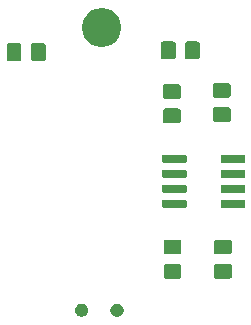
<source format=gbr>
G04 #@! TF.GenerationSoftware,KiCad,Pcbnew,(5.1.5)-3*
G04 #@! TF.CreationDate,2020-05-09T20:06:52-07:00*
G04 #@! TF.ProjectId,Rosie_SMD,526f7369-655f-4534-9d44-2e6b69636164,Version A2*
G04 #@! TF.SameCoordinates,Original*
G04 #@! TF.FileFunction,Soldermask,Top*
G04 #@! TF.FilePolarity,Negative*
%FSLAX46Y46*%
G04 Gerber Fmt 4.6, Leading zero omitted, Abs format (unit mm)*
G04 Created by KiCad (PCBNEW (5.1.5)-3) date 2020-05-09 20:06:52*
%MOMM*%
%LPD*%
G04 APERTURE LIST*
%ADD10C,0.100000*%
G04 APERTURE END LIST*
D10*
G36*
X120024721Y-111484174D02*
G01*
X120124995Y-111525709D01*
X120124996Y-111525710D01*
X120215242Y-111586010D01*
X120291990Y-111662758D01*
X120291991Y-111662760D01*
X120352291Y-111753005D01*
X120393826Y-111853279D01*
X120415000Y-111959730D01*
X120415000Y-112068270D01*
X120393826Y-112174721D01*
X120352291Y-112274995D01*
X120352290Y-112274996D01*
X120291990Y-112365242D01*
X120215242Y-112441990D01*
X120169812Y-112472345D01*
X120124995Y-112502291D01*
X120024721Y-112543826D01*
X119918270Y-112565000D01*
X119809730Y-112565000D01*
X119703279Y-112543826D01*
X119603005Y-112502291D01*
X119558188Y-112472345D01*
X119512758Y-112441990D01*
X119436010Y-112365242D01*
X119375710Y-112274996D01*
X119375709Y-112274995D01*
X119334174Y-112174721D01*
X119313000Y-112068270D01*
X119313000Y-111959730D01*
X119334174Y-111853279D01*
X119375709Y-111753005D01*
X119436009Y-111662760D01*
X119436010Y-111662758D01*
X119512758Y-111586010D01*
X119603004Y-111525710D01*
X119603005Y-111525709D01*
X119703279Y-111484174D01*
X119809730Y-111463000D01*
X119918270Y-111463000D01*
X120024721Y-111484174D01*
G37*
G36*
X117024721Y-111484174D02*
G01*
X117124995Y-111525709D01*
X117124996Y-111525710D01*
X117215242Y-111586010D01*
X117291990Y-111662758D01*
X117291991Y-111662760D01*
X117352291Y-111753005D01*
X117393826Y-111853279D01*
X117415000Y-111959730D01*
X117415000Y-112068270D01*
X117393826Y-112174721D01*
X117352291Y-112274995D01*
X117352290Y-112274996D01*
X117291990Y-112365242D01*
X117215242Y-112441990D01*
X117169812Y-112472345D01*
X117124995Y-112502291D01*
X117024721Y-112543826D01*
X116918270Y-112565000D01*
X116809730Y-112565000D01*
X116703279Y-112543826D01*
X116603005Y-112502291D01*
X116558188Y-112472345D01*
X116512758Y-112441990D01*
X116436010Y-112365242D01*
X116375710Y-112274996D01*
X116375709Y-112274995D01*
X116334174Y-112174721D01*
X116313000Y-112068270D01*
X116313000Y-111959730D01*
X116334174Y-111853279D01*
X116375709Y-111753005D01*
X116436009Y-111662760D01*
X116436010Y-111662758D01*
X116512758Y-111586010D01*
X116603004Y-111525710D01*
X116603005Y-111525709D01*
X116703279Y-111484174D01*
X116809730Y-111463000D01*
X116918270Y-111463000D01*
X117024721Y-111484174D01*
G37*
G36*
X125150274Y-108099465D02*
G01*
X125187967Y-108110899D01*
X125222703Y-108129466D01*
X125253148Y-108154452D01*
X125278134Y-108184897D01*
X125296701Y-108219633D01*
X125308135Y-108257326D01*
X125312600Y-108302661D01*
X125312600Y-109139339D01*
X125308135Y-109184674D01*
X125296701Y-109222367D01*
X125278134Y-109257103D01*
X125253148Y-109287548D01*
X125222703Y-109312534D01*
X125187967Y-109331101D01*
X125150274Y-109342535D01*
X125104939Y-109347000D01*
X124018261Y-109347000D01*
X123972926Y-109342535D01*
X123935233Y-109331101D01*
X123900497Y-109312534D01*
X123870052Y-109287548D01*
X123845066Y-109257103D01*
X123826499Y-109222367D01*
X123815065Y-109184674D01*
X123810600Y-109139339D01*
X123810600Y-108302661D01*
X123815065Y-108257326D01*
X123826499Y-108219633D01*
X123845066Y-108184897D01*
X123870052Y-108154452D01*
X123900497Y-108129466D01*
X123935233Y-108110899D01*
X123972926Y-108099465D01*
X124018261Y-108095000D01*
X125104939Y-108095000D01*
X125150274Y-108099465D01*
G37*
G36*
X129417474Y-108099465D02*
G01*
X129455167Y-108110899D01*
X129489903Y-108129466D01*
X129520348Y-108154452D01*
X129545334Y-108184897D01*
X129563901Y-108219633D01*
X129575335Y-108257326D01*
X129579800Y-108302661D01*
X129579800Y-109139339D01*
X129575335Y-109184674D01*
X129563901Y-109222367D01*
X129545334Y-109257103D01*
X129520348Y-109287548D01*
X129489903Y-109312534D01*
X129455167Y-109331101D01*
X129417474Y-109342535D01*
X129372139Y-109347000D01*
X128285461Y-109347000D01*
X128240126Y-109342535D01*
X128202433Y-109331101D01*
X128167697Y-109312534D01*
X128137252Y-109287548D01*
X128112266Y-109257103D01*
X128093699Y-109222367D01*
X128082265Y-109184674D01*
X128077800Y-109139339D01*
X128077800Y-108302661D01*
X128082265Y-108257326D01*
X128093699Y-108219633D01*
X128112266Y-108184897D01*
X128137252Y-108154452D01*
X128167697Y-108129466D01*
X128202433Y-108110899D01*
X128240126Y-108099465D01*
X128285461Y-108095000D01*
X129372139Y-108095000D01*
X129417474Y-108099465D01*
G37*
G36*
X125150274Y-106049465D02*
G01*
X125187967Y-106060899D01*
X125222703Y-106079466D01*
X125253148Y-106104452D01*
X125278134Y-106134897D01*
X125296701Y-106169633D01*
X125308135Y-106207326D01*
X125312600Y-106252661D01*
X125312600Y-107089339D01*
X125308135Y-107134674D01*
X125296701Y-107172367D01*
X125278134Y-107207103D01*
X125253148Y-107237548D01*
X125222703Y-107262534D01*
X125187967Y-107281101D01*
X125150274Y-107292535D01*
X125104939Y-107297000D01*
X124018261Y-107297000D01*
X123972926Y-107292535D01*
X123935233Y-107281101D01*
X123900497Y-107262534D01*
X123870052Y-107237548D01*
X123845066Y-107207103D01*
X123826499Y-107172367D01*
X123815065Y-107134674D01*
X123810600Y-107089339D01*
X123810600Y-106252661D01*
X123815065Y-106207326D01*
X123826499Y-106169633D01*
X123845066Y-106134897D01*
X123870052Y-106104452D01*
X123900497Y-106079466D01*
X123935233Y-106060899D01*
X123972926Y-106049465D01*
X124018261Y-106045000D01*
X125104939Y-106045000D01*
X125150274Y-106049465D01*
G37*
G36*
X129417474Y-106049465D02*
G01*
X129455167Y-106060899D01*
X129489903Y-106079466D01*
X129520348Y-106104452D01*
X129545334Y-106134897D01*
X129563901Y-106169633D01*
X129575335Y-106207326D01*
X129579800Y-106252661D01*
X129579800Y-107089339D01*
X129575335Y-107134674D01*
X129563901Y-107172367D01*
X129545334Y-107207103D01*
X129520348Y-107237548D01*
X129489903Y-107262534D01*
X129455167Y-107281101D01*
X129417474Y-107292535D01*
X129372139Y-107297000D01*
X128285461Y-107297000D01*
X128240126Y-107292535D01*
X128202433Y-107281101D01*
X128167697Y-107262534D01*
X128137252Y-107237548D01*
X128112266Y-107207103D01*
X128093699Y-107172367D01*
X128082265Y-107134674D01*
X128077800Y-107089339D01*
X128077800Y-106252661D01*
X128082265Y-106207326D01*
X128093699Y-106169633D01*
X128112266Y-106134897D01*
X128137252Y-106104452D01*
X128167697Y-106079466D01*
X128202433Y-106060899D01*
X128240126Y-106049465D01*
X128285461Y-106045000D01*
X129372139Y-106045000D01*
X129417474Y-106049465D01*
G37*
G36*
X125663128Y-102648764D02*
G01*
X125684209Y-102655160D01*
X125703645Y-102665548D01*
X125720676Y-102679524D01*
X125734652Y-102696555D01*
X125745040Y-102715991D01*
X125751436Y-102737072D01*
X125754200Y-102765140D01*
X125754200Y-103228860D01*
X125751436Y-103256928D01*
X125745040Y-103278009D01*
X125734652Y-103297445D01*
X125720676Y-103314476D01*
X125703645Y-103328452D01*
X125684209Y-103338840D01*
X125663128Y-103345236D01*
X125635060Y-103348000D01*
X123821340Y-103348000D01*
X123793272Y-103345236D01*
X123772191Y-103338840D01*
X123752755Y-103328452D01*
X123735724Y-103314476D01*
X123721748Y-103297445D01*
X123711360Y-103278009D01*
X123704964Y-103256928D01*
X123702200Y-103228860D01*
X123702200Y-102765140D01*
X123704964Y-102737072D01*
X123711360Y-102715991D01*
X123721748Y-102696555D01*
X123735724Y-102679524D01*
X123752755Y-102665548D01*
X123772191Y-102655160D01*
X123793272Y-102648764D01*
X123821340Y-102646000D01*
X125635060Y-102646000D01*
X125663128Y-102648764D01*
G37*
G36*
X130613128Y-102648764D02*
G01*
X130634209Y-102655160D01*
X130653645Y-102665548D01*
X130670676Y-102679524D01*
X130684652Y-102696555D01*
X130695040Y-102715991D01*
X130701436Y-102737072D01*
X130704200Y-102765140D01*
X130704200Y-103228860D01*
X130701436Y-103256928D01*
X130695040Y-103278009D01*
X130684652Y-103297445D01*
X130670676Y-103314476D01*
X130653645Y-103328452D01*
X130634209Y-103338840D01*
X130613128Y-103345236D01*
X130585060Y-103348000D01*
X128771340Y-103348000D01*
X128743272Y-103345236D01*
X128722191Y-103338840D01*
X128702755Y-103328452D01*
X128685724Y-103314476D01*
X128671748Y-103297445D01*
X128661360Y-103278009D01*
X128654964Y-103256928D01*
X128652200Y-103228860D01*
X128652200Y-102765140D01*
X128654964Y-102737072D01*
X128661360Y-102715991D01*
X128671748Y-102696555D01*
X128685724Y-102679524D01*
X128702755Y-102665548D01*
X128722191Y-102655160D01*
X128743272Y-102648764D01*
X128771340Y-102646000D01*
X130585060Y-102646000D01*
X130613128Y-102648764D01*
G37*
G36*
X130613128Y-101378764D02*
G01*
X130634209Y-101385160D01*
X130653645Y-101395548D01*
X130670676Y-101409524D01*
X130684652Y-101426555D01*
X130695040Y-101445991D01*
X130701436Y-101467072D01*
X130704200Y-101495140D01*
X130704200Y-101958860D01*
X130701436Y-101986928D01*
X130695040Y-102008009D01*
X130684652Y-102027445D01*
X130670676Y-102044476D01*
X130653645Y-102058452D01*
X130634209Y-102068840D01*
X130613128Y-102075236D01*
X130585060Y-102078000D01*
X128771340Y-102078000D01*
X128743272Y-102075236D01*
X128722191Y-102068840D01*
X128702755Y-102058452D01*
X128685724Y-102044476D01*
X128671748Y-102027445D01*
X128661360Y-102008009D01*
X128654964Y-101986928D01*
X128652200Y-101958860D01*
X128652200Y-101495140D01*
X128654964Y-101467072D01*
X128661360Y-101445991D01*
X128671748Y-101426555D01*
X128685724Y-101409524D01*
X128702755Y-101395548D01*
X128722191Y-101385160D01*
X128743272Y-101378764D01*
X128771340Y-101376000D01*
X130585060Y-101376000D01*
X130613128Y-101378764D01*
G37*
G36*
X125663128Y-101378764D02*
G01*
X125684209Y-101385160D01*
X125703645Y-101395548D01*
X125720676Y-101409524D01*
X125734652Y-101426555D01*
X125745040Y-101445991D01*
X125751436Y-101467072D01*
X125754200Y-101495140D01*
X125754200Y-101958860D01*
X125751436Y-101986928D01*
X125745040Y-102008009D01*
X125734652Y-102027445D01*
X125720676Y-102044476D01*
X125703645Y-102058452D01*
X125684209Y-102068840D01*
X125663128Y-102075236D01*
X125635060Y-102078000D01*
X123821340Y-102078000D01*
X123793272Y-102075236D01*
X123772191Y-102068840D01*
X123752755Y-102058452D01*
X123735724Y-102044476D01*
X123721748Y-102027445D01*
X123711360Y-102008009D01*
X123704964Y-101986928D01*
X123702200Y-101958860D01*
X123702200Y-101495140D01*
X123704964Y-101467072D01*
X123711360Y-101445991D01*
X123721748Y-101426555D01*
X123735724Y-101409524D01*
X123752755Y-101395548D01*
X123772191Y-101385160D01*
X123793272Y-101378764D01*
X123821340Y-101376000D01*
X125635060Y-101376000D01*
X125663128Y-101378764D01*
G37*
G36*
X125663128Y-100108764D02*
G01*
X125684209Y-100115160D01*
X125703645Y-100125548D01*
X125720676Y-100139524D01*
X125734652Y-100156555D01*
X125745040Y-100175991D01*
X125751436Y-100197072D01*
X125754200Y-100225140D01*
X125754200Y-100688860D01*
X125751436Y-100716928D01*
X125745040Y-100738009D01*
X125734652Y-100757445D01*
X125720676Y-100774476D01*
X125703645Y-100788452D01*
X125684209Y-100798840D01*
X125663128Y-100805236D01*
X125635060Y-100808000D01*
X123821340Y-100808000D01*
X123793272Y-100805236D01*
X123772191Y-100798840D01*
X123752755Y-100788452D01*
X123735724Y-100774476D01*
X123721748Y-100757445D01*
X123711360Y-100738009D01*
X123704964Y-100716928D01*
X123702200Y-100688860D01*
X123702200Y-100225140D01*
X123704964Y-100197072D01*
X123711360Y-100175991D01*
X123721748Y-100156555D01*
X123735724Y-100139524D01*
X123752755Y-100125548D01*
X123772191Y-100115160D01*
X123793272Y-100108764D01*
X123821340Y-100106000D01*
X125635060Y-100106000D01*
X125663128Y-100108764D01*
G37*
G36*
X130613128Y-100108764D02*
G01*
X130634209Y-100115160D01*
X130653645Y-100125548D01*
X130670676Y-100139524D01*
X130684652Y-100156555D01*
X130695040Y-100175991D01*
X130701436Y-100197072D01*
X130704200Y-100225140D01*
X130704200Y-100688860D01*
X130701436Y-100716928D01*
X130695040Y-100738009D01*
X130684652Y-100757445D01*
X130670676Y-100774476D01*
X130653645Y-100788452D01*
X130634209Y-100798840D01*
X130613128Y-100805236D01*
X130585060Y-100808000D01*
X128771340Y-100808000D01*
X128743272Y-100805236D01*
X128722191Y-100798840D01*
X128702755Y-100788452D01*
X128685724Y-100774476D01*
X128671748Y-100757445D01*
X128661360Y-100738009D01*
X128654964Y-100716928D01*
X128652200Y-100688860D01*
X128652200Y-100225140D01*
X128654964Y-100197072D01*
X128661360Y-100175991D01*
X128671748Y-100156555D01*
X128685724Y-100139524D01*
X128702755Y-100125548D01*
X128722191Y-100115160D01*
X128743272Y-100108764D01*
X128771340Y-100106000D01*
X130585060Y-100106000D01*
X130613128Y-100108764D01*
G37*
G36*
X125663128Y-98838764D02*
G01*
X125684209Y-98845160D01*
X125703645Y-98855548D01*
X125720676Y-98869524D01*
X125734652Y-98886555D01*
X125745040Y-98905991D01*
X125751436Y-98927072D01*
X125754200Y-98955140D01*
X125754200Y-99418860D01*
X125751436Y-99446928D01*
X125745040Y-99468009D01*
X125734652Y-99487445D01*
X125720676Y-99504476D01*
X125703645Y-99518452D01*
X125684209Y-99528840D01*
X125663128Y-99535236D01*
X125635060Y-99538000D01*
X123821340Y-99538000D01*
X123793272Y-99535236D01*
X123772191Y-99528840D01*
X123752755Y-99518452D01*
X123735724Y-99504476D01*
X123721748Y-99487445D01*
X123711360Y-99468009D01*
X123704964Y-99446928D01*
X123702200Y-99418860D01*
X123702200Y-98955140D01*
X123704964Y-98927072D01*
X123711360Y-98905991D01*
X123721748Y-98886555D01*
X123735724Y-98869524D01*
X123752755Y-98855548D01*
X123772191Y-98845160D01*
X123793272Y-98838764D01*
X123821340Y-98836000D01*
X125635060Y-98836000D01*
X125663128Y-98838764D01*
G37*
G36*
X130613128Y-98838764D02*
G01*
X130634209Y-98845160D01*
X130653645Y-98855548D01*
X130670676Y-98869524D01*
X130684652Y-98886555D01*
X130695040Y-98905991D01*
X130701436Y-98927072D01*
X130704200Y-98955140D01*
X130704200Y-99418860D01*
X130701436Y-99446928D01*
X130695040Y-99468009D01*
X130684652Y-99487445D01*
X130670676Y-99504476D01*
X130653645Y-99518452D01*
X130634209Y-99528840D01*
X130613128Y-99535236D01*
X130585060Y-99538000D01*
X128771340Y-99538000D01*
X128743272Y-99535236D01*
X128722191Y-99528840D01*
X128702755Y-99518452D01*
X128685724Y-99504476D01*
X128671748Y-99487445D01*
X128661360Y-99468009D01*
X128654964Y-99446928D01*
X128652200Y-99418860D01*
X128652200Y-98955140D01*
X128654964Y-98927072D01*
X128661360Y-98905991D01*
X128671748Y-98886555D01*
X128685724Y-98869524D01*
X128702755Y-98855548D01*
X128722191Y-98845160D01*
X128743272Y-98838764D01*
X128771340Y-98836000D01*
X130585060Y-98836000D01*
X130613128Y-98838764D01*
G37*
G36*
X125099474Y-94942265D02*
G01*
X125137167Y-94953699D01*
X125171903Y-94972266D01*
X125202348Y-94997252D01*
X125227334Y-95027697D01*
X125245901Y-95062433D01*
X125257335Y-95100126D01*
X125261800Y-95145461D01*
X125261800Y-95982139D01*
X125257335Y-96027474D01*
X125245901Y-96065167D01*
X125227334Y-96099903D01*
X125202348Y-96130348D01*
X125171903Y-96155334D01*
X125137167Y-96173901D01*
X125099474Y-96185335D01*
X125054139Y-96189800D01*
X123967461Y-96189800D01*
X123922126Y-96185335D01*
X123884433Y-96173901D01*
X123849697Y-96155334D01*
X123819252Y-96130348D01*
X123794266Y-96099903D01*
X123775699Y-96065167D01*
X123764265Y-96027474D01*
X123759800Y-95982139D01*
X123759800Y-95145461D01*
X123764265Y-95100126D01*
X123775699Y-95062433D01*
X123794266Y-95027697D01*
X123819252Y-94997252D01*
X123849697Y-94972266D01*
X123884433Y-94953699D01*
X123922126Y-94942265D01*
X123967461Y-94937800D01*
X125054139Y-94937800D01*
X125099474Y-94942265D01*
G37*
G36*
X129315874Y-94840665D02*
G01*
X129353567Y-94852099D01*
X129388303Y-94870666D01*
X129418748Y-94895652D01*
X129443734Y-94926097D01*
X129462301Y-94960833D01*
X129473735Y-94998526D01*
X129478200Y-95043861D01*
X129478200Y-95880539D01*
X129473735Y-95925874D01*
X129462301Y-95963567D01*
X129443734Y-95998303D01*
X129418748Y-96028748D01*
X129388303Y-96053734D01*
X129353567Y-96072301D01*
X129315874Y-96083735D01*
X129270539Y-96088200D01*
X128183861Y-96088200D01*
X128138526Y-96083735D01*
X128100833Y-96072301D01*
X128066097Y-96053734D01*
X128035652Y-96028748D01*
X128010666Y-95998303D01*
X127992099Y-95963567D01*
X127980665Y-95925874D01*
X127976200Y-95880539D01*
X127976200Y-95043861D01*
X127980665Y-94998526D01*
X127992099Y-94960833D01*
X128010666Y-94926097D01*
X128035652Y-94895652D01*
X128066097Y-94870666D01*
X128100833Y-94852099D01*
X128138526Y-94840665D01*
X128183861Y-94836200D01*
X129270539Y-94836200D01*
X129315874Y-94840665D01*
G37*
G36*
X125099474Y-92892265D02*
G01*
X125137167Y-92903699D01*
X125171903Y-92922266D01*
X125202348Y-92947252D01*
X125227334Y-92977697D01*
X125245901Y-93012433D01*
X125257335Y-93050126D01*
X125261800Y-93095461D01*
X125261800Y-93932139D01*
X125257335Y-93977474D01*
X125245901Y-94015167D01*
X125227334Y-94049903D01*
X125202348Y-94080348D01*
X125171903Y-94105334D01*
X125137167Y-94123901D01*
X125099474Y-94135335D01*
X125054139Y-94139800D01*
X123967461Y-94139800D01*
X123922126Y-94135335D01*
X123884433Y-94123901D01*
X123849697Y-94105334D01*
X123819252Y-94080348D01*
X123794266Y-94049903D01*
X123775699Y-94015167D01*
X123764265Y-93977474D01*
X123759800Y-93932139D01*
X123759800Y-93095461D01*
X123764265Y-93050126D01*
X123775699Y-93012433D01*
X123794266Y-92977697D01*
X123819252Y-92947252D01*
X123849697Y-92922266D01*
X123884433Y-92903699D01*
X123922126Y-92892265D01*
X123967461Y-92887800D01*
X125054139Y-92887800D01*
X125099474Y-92892265D01*
G37*
G36*
X129315874Y-92790665D02*
G01*
X129353567Y-92802099D01*
X129388303Y-92820666D01*
X129418748Y-92845652D01*
X129443734Y-92876097D01*
X129462301Y-92910833D01*
X129473735Y-92948526D01*
X129478200Y-92993861D01*
X129478200Y-93830539D01*
X129473735Y-93875874D01*
X129462301Y-93913567D01*
X129443734Y-93948303D01*
X129418748Y-93978748D01*
X129388303Y-94003734D01*
X129353567Y-94022301D01*
X129315874Y-94033735D01*
X129270539Y-94038200D01*
X128183861Y-94038200D01*
X128138526Y-94033735D01*
X128100833Y-94022301D01*
X128066097Y-94003734D01*
X128035652Y-93978748D01*
X128010666Y-93948303D01*
X127992099Y-93913567D01*
X127980665Y-93875874D01*
X127976200Y-93830539D01*
X127976200Y-92993861D01*
X127980665Y-92948526D01*
X127992099Y-92910833D01*
X128010666Y-92876097D01*
X128035652Y-92845652D01*
X128066097Y-92820666D01*
X128100833Y-92802099D01*
X128138526Y-92790665D01*
X128183861Y-92786200D01*
X129270539Y-92786200D01*
X129315874Y-92790665D01*
G37*
G36*
X111605074Y-89423465D02*
G01*
X111642767Y-89434899D01*
X111677503Y-89453466D01*
X111707948Y-89478452D01*
X111732934Y-89508897D01*
X111751501Y-89543633D01*
X111762935Y-89581326D01*
X111767400Y-89626661D01*
X111767400Y-90713339D01*
X111762935Y-90758674D01*
X111751501Y-90796367D01*
X111732934Y-90831103D01*
X111707948Y-90861548D01*
X111677503Y-90886534D01*
X111642767Y-90905101D01*
X111605074Y-90916535D01*
X111559739Y-90921000D01*
X110723061Y-90921000D01*
X110677726Y-90916535D01*
X110640033Y-90905101D01*
X110605297Y-90886534D01*
X110574852Y-90861548D01*
X110549866Y-90831103D01*
X110531299Y-90796367D01*
X110519865Y-90758674D01*
X110515400Y-90713339D01*
X110515400Y-89626661D01*
X110519865Y-89581326D01*
X110531299Y-89543633D01*
X110549866Y-89508897D01*
X110574852Y-89478452D01*
X110605297Y-89453466D01*
X110640033Y-89434899D01*
X110677726Y-89423465D01*
X110723061Y-89419000D01*
X111559739Y-89419000D01*
X111605074Y-89423465D01*
G37*
G36*
X113655074Y-89423465D02*
G01*
X113692767Y-89434899D01*
X113727503Y-89453466D01*
X113757948Y-89478452D01*
X113782934Y-89508897D01*
X113801501Y-89543633D01*
X113812935Y-89581326D01*
X113817400Y-89626661D01*
X113817400Y-90713339D01*
X113812935Y-90758674D01*
X113801501Y-90796367D01*
X113782934Y-90831103D01*
X113757948Y-90861548D01*
X113727503Y-90886534D01*
X113692767Y-90905101D01*
X113655074Y-90916535D01*
X113609739Y-90921000D01*
X112773061Y-90921000D01*
X112727726Y-90916535D01*
X112690033Y-90905101D01*
X112655297Y-90886534D01*
X112624852Y-90861548D01*
X112599866Y-90831103D01*
X112581299Y-90796367D01*
X112569865Y-90758674D01*
X112565400Y-90713339D01*
X112565400Y-89626661D01*
X112569865Y-89581326D01*
X112581299Y-89543633D01*
X112599866Y-89508897D01*
X112624852Y-89478452D01*
X112655297Y-89453466D01*
X112690033Y-89434899D01*
X112727726Y-89423465D01*
X112773061Y-89419000D01*
X113609739Y-89419000D01*
X113655074Y-89423465D01*
G37*
G36*
X124660674Y-89271065D02*
G01*
X124698367Y-89282499D01*
X124733103Y-89301066D01*
X124763548Y-89326052D01*
X124788534Y-89356497D01*
X124807101Y-89391233D01*
X124818535Y-89428926D01*
X124823000Y-89474261D01*
X124823000Y-90560939D01*
X124818535Y-90606274D01*
X124807101Y-90643967D01*
X124788534Y-90678703D01*
X124763548Y-90709148D01*
X124733103Y-90734134D01*
X124698367Y-90752701D01*
X124660674Y-90764135D01*
X124615339Y-90768600D01*
X123778661Y-90768600D01*
X123733326Y-90764135D01*
X123695633Y-90752701D01*
X123660897Y-90734134D01*
X123630452Y-90709148D01*
X123605466Y-90678703D01*
X123586899Y-90643967D01*
X123575465Y-90606274D01*
X123571000Y-90560939D01*
X123571000Y-89474261D01*
X123575465Y-89428926D01*
X123586899Y-89391233D01*
X123605466Y-89356497D01*
X123630452Y-89326052D01*
X123660897Y-89301066D01*
X123695633Y-89282499D01*
X123733326Y-89271065D01*
X123778661Y-89266600D01*
X124615339Y-89266600D01*
X124660674Y-89271065D01*
G37*
G36*
X126710674Y-89271065D02*
G01*
X126748367Y-89282499D01*
X126783103Y-89301066D01*
X126813548Y-89326052D01*
X126838534Y-89356497D01*
X126857101Y-89391233D01*
X126868535Y-89428926D01*
X126873000Y-89474261D01*
X126873000Y-90560939D01*
X126868535Y-90606274D01*
X126857101Y-90643967D01*
X126838534Y-90678703D01*
X126813548Y-90709148D01*
X126783103Y-90734134D01*
X126748367Y-90752701D01*
X126710674Y-90764135D01*
X126665339Y-90768600D01*
X125828661Y-90768600D01*
X125783326Y-90764135D01*
X125745633Y-90752701D01*
X125710897Y-90734134D01*
X125680452Y-90709148D01*
X125655466Y-90678703D01*
X125636899Y-90643967D01*
X125625465Y-90606274D01*
X125621000Y-90560939D01*
X125621000Y-89474261D01*
X125625465Y-89428926D01*
X125636899Y-89391233D01*
X125655466Y-89356497D01*
X125680452Y-89326052D01*
X125710897Y-89301066D01*
X125745633Y-89282499D01*
X125783326Y-89271065D01*
X125828661Y-89266600D01*
X126665339Y-89266600D01*
X126710674Y-89271065D01*
G37*
G36*
X118942456Y-86478498D02*
G01*
X119048779Y-86499647D01*
X119349242Y-86624103D01*
X119619651Y-86804785D01*
X119849615Y-87034749D01*
X120030297Y-87305158D01*
X120154753Y-87605621D01*
X120218200Y-87924591D01*
X120218200Y-88249809D01*
X120154753Y-88568779D01*
X120030297Y-88869242D01*
X119849615Y-89139651D01*
X119619651Y-89369615D01*
X119349242Y-89550297D01*
X119349241Y-89550298D01*
X119349240Y-89550298D01*
X119261237Y-89586750D01*
X119048779Y-89674753D01*
X118966230Y-89691173D01*
X118729811Y-89738200D01*
X118404589Y-89738200D01*
X118168170Y-89691173D01*
X118085621Y-89674753D01*
X117873163Y-89586750D01*
X117785160Y-89550298D01*
X117785159Y-89550298D01*
X117785158Y-89550297D01*
X117514749Y-89369615D01*
X117284785Y-89139651D01*
X117104103Y-88869242D01*
X116979647Y-88568779D01*
X116916200Y-88249809D01*
X116916200Y-87924591D01*
X116979647Y-87605621D01*
X117104103Y-87305158D01*
X117284785Y-87034749D01*
X117514749Y-86804785D01*
X117785158Y-86624103D01*
X118085621Y-86499647D01*
X118191944Y-86478498D01*
X118404589Y-86436200D01*
X118729811Y-86436200D01*
X118942456Y-86478498D01*
G37*
M02*

</source>
